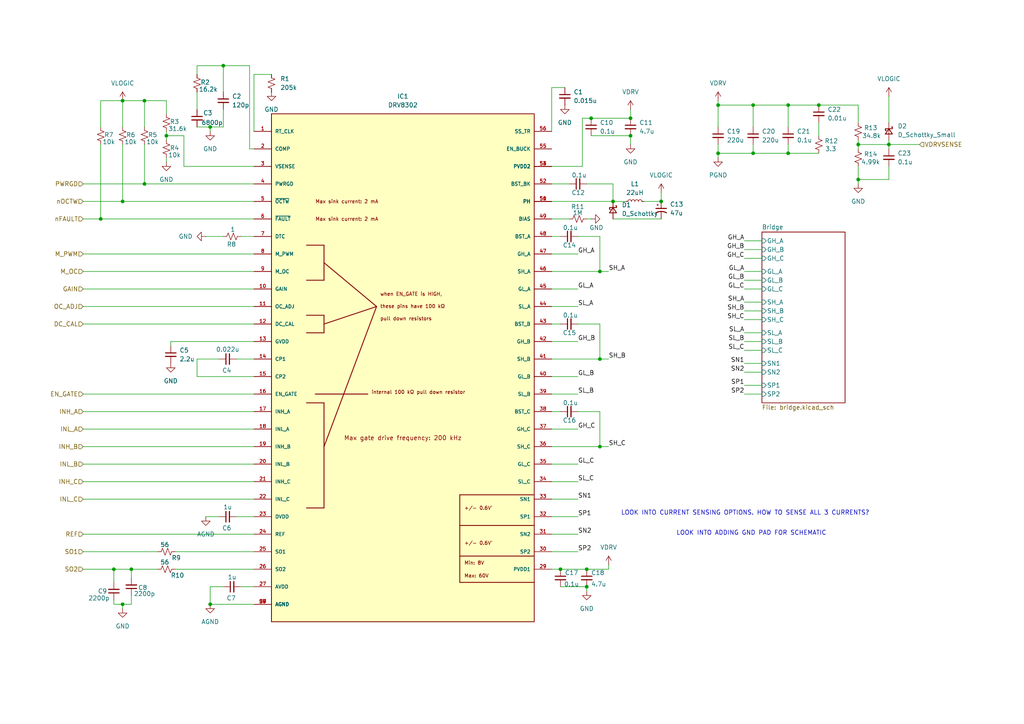
<source format=kicad_sch>
(kicad_sch (version 20250114) (generator "eeschema") (generator_version "9.0")
  (paper "A4")
  (title_block (title "Driver") (date "2025-07-27"))
  (lib_symbols
    (symbol "Device:C_Polarized_Small_US" (pin_numbers (hide yes)) (pin_names (offset 0.254) (hide yes))
      (property "Reference" "C" (at 0.254 1.778 0))
      (property "Value" "C_Polarized_Small_US" (at 0.254 -2.032 0))
      (symbol "C_Polarized_Small_US_0_1"
        (polyline (pts (xy -1.524 0.508) (xy 1.524 0.508)) (stroke (width 0.3048)))
        (polyline (pts (xy -1.27 1.524) (xy -0.762 1.524)))
        (polyline (pts (xy -1.016 1.27) (xy -1.016 1.778)))
        (arc (start -1.524 -0.762) (mid 0 -0.3734) (end 1.524 -0.762) (stroke (width 0.3048)))
      )
      (symbol "C_Polarized_Small_US_1_1"
        (pin passive line (at 0 2.54 270) (length 2.032) (name "~") (number "1"))
        (pin passive line (at 0 -2.54 90) (length 2.032) (name "~") (number "2"))
      )
    )
    (symbol "Device:C_Small" (pin_numbers (hide yes)) (pin_names (offset 0.254) (hide yes))
      (property "Reference" "C" (at 0.254 1.778 0))
      (property "Value" "C_Small" (at 0.254 -2.032 0))
      (symbol "C_Small_0_1"
        (polyline (pts (xy -1.524 0.508) (xy 1.524 0.508)) (stroke (width 0.3048)))
        (polyline (pts (xy -1.524 -0.508) (xy 1.524 -0.508)) (stroke (width 0.3302)))
      )
      (symbol "C_Small_1_1"
        (pin passive line (at 0 2.54 270) (length 2.032) (name "~") (number "1"))
        (pin passive line (at 0 -2.54 90) (length 2.032) (name "~") (number "2"))
      )
    )
    (symbol "Device:D_Schottky_Small" (pin_numbers (hide yes)) (pin_names (offset 0.254) (hide yes))
      (property "Reference" "D" (at -1.27 2.032 0))
      (property "Value" "D_Schottky_Small" (at -7.112 -2.032 0))
      (symbol "D_Schottky_Small_0_1"
        (polyline (pts (xy -1.27 0.762) (xy -1.27 1.016) (xy -0.762 1.016) (xy -0.762 -1.016) (xy -0.254 -1.016) (xy -0.254 -0.762)) (stroke (width 0.254)))
        (polyline (pts (xy -0.762 0) (xy 0.762 0)))
        (polyline (pts (xy 0.762 -1.016) (xy -0.762 0) (xy 0.762 1.016) (xy 0.762 -1.016)) (stroke (width 0.254)))
      )
      (symbol "D_Schottky_Small_1_1"
        (pin passive line (at -2.54 0 0) (length 1.778) (name "K") (number "1"))
        (pin passive line (at 2.54 0 180) (length 1.778) (name "A") (number "2"))
      )
    )
    (symbol "Device:L_Small" (pin_numbers (hide yes)) (pin_names (offset 0.254) (hide yes))
      (property "Reference" "L" (at 0.762 1.016 0))
      (property "Value" "L_Small" (at 0.762 -1.016 0))
      (symbol "L_Small_0_1"
        (arc (start 0 2.032) (mid 0.5058 1.524) (end 0 1.016))
        (arc (start 0 1.016) (mid 0.5058 0.508) (end 0 0))
        (arc (start 0 0) (mid 0.5058 -0.508) (end 0 -1.016))
        (arc (start 0 -1.016) (mid 0.5058 -1.524) (end 0 -2.032))
      )
      (symbol "L_Small_1_1"
        (pin passive line (at 0 2.54 270) (length 0.508) (name "~") (number "1"))
        (pin passive line (at 0 -2.54 90) (length 0.508) (name "~") (number "2"))
      )
    )
    (symbol "Device:R_Small_US" (pin_numbers (hide yes)) (pin_names (offset 0.254) (hide yes))
      (property "Reference" "R" (at 0.762 0.508 0))
      (property "Value" "R_Small_US" (at 0.762 -1.016 0))
      (symbol "R_Small_US_1_1"
        (polyline (pts (xy 0 1.524) (xy 1.016 1.143) (xy 0 0.762) (xy -1.016 0.381) (xy 0 0)))
        (polyline (pts (xy 0 0) (xy 1.016 -0.381) (xy 0 -0.762) (xy -1.016 -1.143) (xy 0 -1.524)))
        (pin passive line (at 0 2.54 270) (length 1.016) (name "~") (number "1"))
        (pin passive line (at 0 -2.54 90) (length 1.016) (name "~") (number "2"))
      )
    )
    (symbol "JobotPower:AGND" (power) (pin_numbers (hide yes)) (pin_names (offset 0) (hide yes))
      (property "Value" "AGND" (at 0 -3.81 0))
      (symbol "AGND_0_1"
        (polyline (pts (xy 0 0) (xy 0 -1.27) (xy 1.27 -1.27) (xy 0 -2.54) (xy -1.27 -1.27) (xy 0 -1.27)))
      )
      (symbol "AGND_1_1"
        (pin power_in line (at 0 0 270) (length 0) (name "~") (number "1"))
      )
    )
    (symbol "JobotPower:GND" (power) (pin_numbers (hide yes)) (pin_names (offset 0) (hide yes))
      (property "Value" "GND" (at 0 -3.81 0))
      (symbol "GND_0_1"
        (polyline (pts (xy 0 0) (xy 0 -1.27) (xy 1.27 -1.27) (xy 0 -2.54) (xy -1.27 -1.27) (xy 0 -1.27)))
      )
      (symbol "GND_1_1"
        (pin power_in line (at 0 0 270) (length 0) (name "~") (number "1"))
      )
    )
    (symbol "JobotPower:PGND" (power) (pin_numbers (hide yes)) (pin_names (offset 0) (hide yes))
      (property "Value" "PGND" (at 0 -3.81 0))
      (symbol "PGND_0_1"
        (polyline (pts (xy 0 0) (xy 0 -1.27) (xy 1.27 -1.27) (xy 0 -2.54) (xy -1.27 -1.27) (xy 0 -1.27)))
      )
      (symbol "PGND_1_1"
        (pin power_in line (at 0 0 270) (length 0) (name "~") (number "1"))
      )
    )
    (symbol "JobotPower:VDRV" (power) (pin_numbers (hide yes)) (pin_names (offset 0) (hide yes))
      (property "Value" "VDRV" (at 0 3.556 0))
      (symbol "VDRV_0_1"
        (polyline (pts (xy -0.762 1.27) (xy 0 2.54)))
        (polyline (pts (xy 0 2.54) (xy 0.762 1.27)))
        (polyline (pts (xy 0 0) (xy 0 2.54)))
      )
      (symbol "VDRV_1_1"
        (pin power_in line (at 0 0 90) (length 0) (name "~") (number "1"))
      )
    )
    (symbol "JobotPower:VLOGIC" (power) (pin_numbers (hide yes)) (pin_names (offset 0) (hide yes))
      (property "Value" "VLOGIC" (at 0 3.556 0))
      (symbol "VLOGIC_0_1"
        (polyline (pts (xy -0.762 1.27) (xy 0 2.54)))
        (polyline (pts (xy 0 2.54) (xy 0.762 1.27)))
        (polyline (pts (xy 0 0) (xy 0 2.54)))
      )
      (symbol "VLOGIC_1_1"
        (pin power_in line (at 0 0 90) (length 0) (name "~") (number "1"))
      )
    )
    (symbol "JobotSymbols:DRV8302" (pin_names (offset 1.016))
      (property "Reference" "IC" (at -38.1 76.2 0))
      (property "Value" "DRV8302" (at 0 53.34 0))
      (symbol "DRV8302_0_0"
        (rectangle (start -38.1 -73.66) (end 38.1 73.66) (stroke (width 0.254)) (fill (type background)))
        (polyline (pts (xy -27.94 35.56) (xy -22.86 35.56)) (stroke (width 0.254)))
        (polyline (pts (xy -27.94 15.24) (xy -22.86 15.24)) (stroke (width 0.254)))
        (polyline (pts (xy -27.94 -10.16) (xy -22.86 -10.16)) (stroke (width 0.254)))
        (polyline (pts (xy -22.86 35.56) (xy -22.86 30.48)) (stroke (width 0.254)))
        (polyline (pts (xy -22.86 30.48) (xy -22.86 25.4)) (stroke (width 0.254)))
        (polyline (pts (xy -22.86 25.4) (xy -27.94 25.4)) (stroke (width 0.254)))
        (polyline (pts (xy -22.86 15.24) (xy -22.86 12.7)) (stroke (width 0.254)))
        (polyline (pts (xy -22.86 12.7) (xy -22.86 10.16)) (stroke (width 0.254)))
        (polyline (pts (xy -22.86 10.16) (xy -27.94 10.16)) (stroke (width 0.254)))
        (polyline (pts (xy -22.86 -10.16) (xy -22.86 -22.86)) (stroke (width 0.254)))
        (polyline (pts (xy -22.86 -22.86) (xy -22.86 -40.64)) (stroke (width 0.254)))
        (polyline (pts (xy -22.86 -22.86) (xy -7.62 17.78)) (stroke (width 0.254)))
        (polyline (pts (xy -22.86 -40.64) (xy -27.94 -40.64)) (stroke (width 0.254)))
        (polyline (pts (xy -10.16 -7.62) (xy -25.4 -7.62)) (stroke (width 0.254)))
        (polyline (pts (xy -7.62 17.78) (xy -22.86 30.48)) (stroke (width 0.254)))
        (polyline (pts (xy -7.62 17.78) (xy -22.86 12.7)) (stroke (width 0.254)))
        (polyline (pts (xy 16.51 -36.83) (xy 16.51 -45.72)) (stroke (width 0.254)))
        (polyline (pts (xy 16.51 -36.83) (xy 38.1 -36.83)) (stroke (width 0.254)))
        (polyline (pts (xy 16.51 -45.72) (xy 16.51 -54.61)) (stroke (width 0.254)))
        (polyline (pts (xy 16.51 -45.72) (xy 38.1 -45.72)) (stroke (width 0.254)))
        (polyline (pts (xy 16.51 -54.61) (xy 16.51 -62.23)) (stroke (width 0.254)))
        (polyline (pts (xy 16.51 -54.61) (xy 38.1 -54.61)) (stroke (width 0.254)))
        (polyline (pts (xy 16.51 -62.23) (xy 38.1 -62.23)) (stroke (width 0.254)))
        (text "Max sink current: 2 mA" (at -25.4 48.26 0) (effects (font (size 1.016 1.016)) (justify left)))
        (text "Max sink current: 2 mA" (at -25.4 43.18 0) (effects (font (size 1.016 1.016)) (justify left)))
        (text "internal 100 kΩ pull down resistor" (at -9.144 -7.62 0) (effects (font (size 1.016 1.016)) (justify left bottom)))
        (text "when EN_GATE is HIGH," (at -6.604 20.828 0) (effects (font (size 1.016 1.016)) (justify left bottom)))
        (text "these pins have 100 kΩ" (at -6.604 17.272 0) (effects (font (size 1.016 1.016)) (justify left bottom)))
        (text "pull down resistors" (at -6.604 13.716 0) (effects (font (size 1.016 1.016)) (justify left bottom)))
        (text "Max gate drive frequency: 200 kHz" (at 0 -20.32 0) (effects (font (size 1.27 1.27))))
        (text "+/- 0.6V'" (at 17.78 -40.64 0) (effects (font (size 1.016 1.016)) (justify left)))
        (text "+/- 0.6V'" (at 17.78 -50.8 0) (effects (font (size 1.016 1.016)) (justify left)))
        (text "Min: 8V" (at 17.78 -57.15 0) (effects (font (size 1.016 1.016)) (justify left bottom)))
        (text "Max: 60V" (at 17.78 -59.69 0) (effects (font (size 1.016 1.016)) (justify left top)))
        (pin input line (at -43.18 68.58 0) (length 5.08) (name "RT_CLK") (number "1"))
        (pin output line (at -43.18 63.5 0) (length 5.08) (name "COMP") (number "2"))
        (pin input line (at -43.18 58.42 0) (length 5.08) (name "VSENSE") (number "3"))
        (pin input line (at -43.18 53.34 0) (length 5.08) (name "PWRGD") (number "4"))
        (pin open_collector line (at -43.18 48.26 0) (length 5.08) (name "~{OCTW}") (number "5"))
        (pin open_collector line (at -43.18 43.18 0) (length 5.08) (name "~{FAULT}") (number "6"))
        (pin input line (at -43.18 38.1 0) (length 5.08) (name "DTC") (number "7"))
        (pin input line (at -43.18 33.02 0) (length 5.08) (name "M_PWM") (number "8"))
        (pin input line (at -43.18 27.94 0) (length 5.08) (name "M_OC") (number "9"))
        (pin output line (at -43.18 22.86 0) (length 5.08) (name "GAIN") (number "10"))
        (pin input line (at -43.18 17.78 0) (length 5.08) (name "OC_ADJ") (number "11"))
        (pin input line (at -43.18 12.7 0) (length 5.08) (name "DC_CAL") (number "12"))
        (pin power_in line (at -43.18 7.62 0) (length 5.08) (name "GVDD") (number "13"))
        (pin power_in line (at -43.18 2.54 0) (length 5.08) (name "CP1") (number "14"))
        (pin power_in line (at -43.18 -2.54 0) (length 5.08) (name "CP2") (number "15"))
        (pin input line (at -43.18 -7.62 0) (length 5.08) (name "EN_GATE") (number "16"))
        (pin input line (at -43.18 -12.7 0) (length 5.08) (name "INH_A") (number "17"))
        (pin input line (at -43.18 -17.78 0) (length 5.08) (name "INL_A") (number "18"))
        (pin input line (at -43.18 -22.86 0) (length 5.08) (name "INH_B") (number "19"))
        (pin input line (at -43.18 -27.94 0) (length 5.08) (name "INL_B") (number "20"))
        (pin input line (at -43.18 -33.02 0) (length 5.08) (name "INH_C") (number "21"))
        (pin input line (at -43.18 -38.1 0) (length 5.08) (name "INL_C") (number "22"))
        (pin power_in line (at -43.18 -43.18 0) (length 5.08) (name "DVDD") (number "23"))
        (pin input line (at -43.18 -48.26 0) (length 5.08) (name "REF") (number "24"))
        (pin output line (at -43.18 -53.34 0) (length 5.08) (name "SO1") (number "25"))
        (pin output line (at -43.18 -58.42 0) (length 5.08) (name "SO2") (number "26"))
        (pin power_in line (at -43.18 -63.5 0) (length 5.08) (name "AVDD") (number "27"))
        (pin power_in line (at -43.18 -68.58 0) (length 5.08) (name "AGND") (number "28"))
        (pin power_in line (at -43.18 -68.58 0) (length 5.08) (name "AGND") (number "57"))
        (pin power_in line (at -43.18 -68.58 0) (length 5.08) (name "AGND") (number "58"))
        (pin power_in line (at -43.18 -68.58 0) (length 5.08) (name "AGND") (number "59"))
        (pin input line (at 43.18 68.58 180) (length 5.08) (name "SS_TR") (number "56"))
        (pin input line (at 43.18 63.5 180) (length 5.08) (name "EN_BUCK") (number "55"))
        (pin bidirectional line (at 43.18 58.42 180) (length 5.08) (name "PVDD2") (number "53"))
        (pin bidirectional line (at 43.18 58.42 180) (length 5.08) (name "PVDD2") (number "54"))
        (pin power_in line (at 43.18 53.34 180) (length 5.08) (name "BST_BK") (number "52"))
        (pin output line (at 43.18 48.26 180) (length 5.08) (name "PH") (number "50"))
        (pin output line (at 43.18 48.26 180) (length 5.08) (name "PH") (number "51"))
        (pin input line (at 43.18 43.18 180) (length 5.08) (name "BIAS") (number "49"))
        (pin power_in line (at 43.18 38.1 180) (length 5.08) (name "BST_A") (number "48"))
        (pin output line (at 43.18 33.02 180) (length 5.08) (name "GH_A") (number "47"))
        (pin input line (at 43.18 27.94 180) (length 5.08) (name "SH_A") (number "46"))
        (pin output line (at 43.18 22.86 180) (length 5.08) (name "GL_A") (number "45"))
        (pin input line (at 43.18 17.78 180) (length 5.08) (name "SL_A") (number "44"))
        (pin power_in line (at 43.18 12.7 180) (length 5.08) (name "BST_B") (number "43"))
        (pin output line (at 43.18 7.62 180) (length 5.08) (name "GH_B") (number "42"))
        (pin input line (at 43.18 2.54 180) (length 5.08) (name "SH_B") (number "41"))
        (pin output line (at 43.18 -2.54 180) (length 5.08) (name "GL_B") (number "40"))
        (pin input line (at 43.18 -7.62 180) (length 5.08) (name "SL_B") (number "39"))
        (pin power_in line (at 43.18 -12.7 180) (length 5.08) (name "BST_C") (number "38"))
        (pin output line (at 43.18 -17.78 180) (length 5.08) (name "GH_C") (number "37"))
        (pin input line (at 43.18 -22.86 180) (length 5.08) (name "SH_C") (number "36"))
        (pin output line (at 43.18 -27.94 180) (length 5.08) (name "GL_C") (number "35"))
        (pin input line (at 43.18 -33.02 180) (length 5.08) (name "SL_C") (number "34"))
        (pin input line (at 43.18 -38.1 180) (length 5.08) (name "SN1") (number "33"))
        (pin input line (at 43.18 -43.18 180) (length 5.08) (name "SP1") (number "32"))
        (pin input line (at 43.18 -48.26 180) (length 5.08) (name "SN2") (number "31"))
        (pin input line (at 43.18 -53.34 180) (length 5.08) (name "SP2") (number "30"))
        (pin power_in line (at 43.18 -58.42 180) (length 5.08) (name "PVDD1") (number "29"))
      )
    )
  )
  (text "LOOK INTO CURRENT SENSING OPTIONS. HOW TO SENSE ALL 3 CURRENTS?" (at 216.154 148.844 0) (effects (font (size 1.27 1.27))))
  (text "LOOK INTO ADDING GND PAD FOR SCHEMATIC" (at 217.932 154.686 0) (effects (font (size 1.27 1.27))))
  (junction (at 248.92 41.91))
  (junction (at 162.56 165.1))
  (junction (at 33.02 165.1))
  (junction (at 35.56 58.42))
  (junction (at 237.49 30.48))
  (junction (at 173.99 104.14))
  (junction (at 29.21 63.5))
  (junction (at 208.28 44.45))
  (junction (at 228.6 30.48))
  (junction (at 257.81 41.91))
  (junction (at 41.91 53.34))
  (junction (at 171.45 34.29))
  (junction (at 41.91 29.21))
  (junction (at 60.96 36.83))
  (junction (at 191.77 58.42))
  (junction (at 228.6 44.45))
  (junction (at 218.44 44.45))
  (junction (at 60.96 175.26))
  (junction (at 48.26 39.37))
  (junction (at 208.28 30.48))
  (junction (at 218.44 30.48))
  (junction (at 182.88 39.37))
  (junction (at 64.77 19.05))
  (junction (at 35.56 29.21))
  (junction (at 177.8 58.42))
  (junction (at 35.56 175.26))
  (junction (at 170.18 170.18))
  (junction (at 173.99 129.54))
  (junction (at 173.99 78.74))
  (junction (at 248.92 52.07))
  (junction (at 170.18 165.1))
  (junction (at 182.88 34.29))
  (junction (at 38.1 165.1))
  (wire (pts (xy 69.85 68.58) (xy 73.66 68.58)))
  (wire (pts (xy 182.88 39.37) (xy 182.88 41.91)))
  (wire (pts (xy 160.02 104.14) (xy 173.99 104.14)))
  (wire (pts (xy 41.91 53.34) (xy 73.66 53.34)))
  (wire (pts (xy 173.99 93.98) (xy 173.99 104.14)))
  (wire (pts (xy 215.9 74.93) (xy 220.98 74.93)))
  (wire (pts (xy 215.9 92.71) (xy 220.98 92.71)))
  (wire (pts (xy 173.99 78.74) (xy 176.53 78.74)))
  (wire (pts (xy 160.02 73.66) (xy 167.64 73.66)))
  (wire (pts (xy 160.02 93.98) (xy 162.56 93.98)))
  (wire (pts (xy 60.96 36.83) (xy 60.96 38.1)))
  (wire (pts (xy 170.18 165.1) (xy 176.53 165.1)))
  (wire (pts (xy 182.88 31.75) (xy 182.88 34.29)))
  (wire (pts (xy 24.13 129.54) (xy 73.66 129.54)))
  (wire (pts (xy 208.28 29.21) (xy 208.28 30.48)))
  (wire (pts (xy 60.96 175.26) (xy 60.96 170.18)))
  (wire (pts (xy 73.66 38.1) (xy 73.66 21.59)))
  (wire (pts (xy 167.64 119.38) (xy 173.99 119.38)))
  (wire (pts (xy 24.13 63.5) (xy 29.21 63.5)))
  (wire (pts (xy 24.13 160.02) (xy 45.72 160.02)))
  (wire (pts (xy 24.13 154.94) (xy 73.66 154.94)))
  (wire (pts (xy 257.81 41.91) (xy 266.7 41.91)))
  (wire (pts (xy 24.13 114.3) (xy 73.66 114.3)))
  (wire (pts (xy 215.9 111.76) (xy 220.98 111.76)))
  (wire (pts (xy 171.45 39.37) (xy 182.88 39.37)))
  (wire (pts (xy 160.02 58.42) (xy 177.8 58.42)))
  (wire (pts (xy 24.13 119.38) (xy 73.66 119.38)))
  (wire (pts (xy 167.64 68.58) (xy 173.99 68.58)))
  (wire (pts (xy 160.02 129.54) (xy 173.99 129.54)))
  (wire (pts (xy 29.21 29.21) (xy 35.56 29.21)))
  (wire (pts (xy 48.26 29.21) (xy 41.91 29.21)))
  (wire (pts (xy 168.91 48.26) (xy 160.02 48.26)))
  (wire (pts (xy 24.13 73.66) (xy 73.66 73.66)))
  (wire (pts (xy 215.9 99.06) (xy 220.98 99.06)))
  (wire (pts (xy 170.18 53.34) (xy 177.8 53.34)))
  (wire (pts (xy 160.02 165.1) (xy 162.56 165.1)))
  (wire (pts (xy 160.02 114.3) (xy 167.64 114.3)))
  (wire (pts (xy 38.1 165.1) (xy 45.72 165.1)))
  (wire (pts (xy 48.26 38.1) (xy 48.26 39.37)))
  (wire (pts (xy 167.64 93.98) (xy 173.99 93.98)))
  (wire (pts (xy 35.56 58.42) (xy 24.13 58.42)))
  (wire (pts (xy 215.9 78.74) (xy 220.98 78.74)))
  (wire (pts (xy 215.9 114.3) (xy 220.98 114.3)))
  (wire (pts (xy 59.69 68.58) (xy 64.77 68.58)))
  (wire (pts (xy 215.9 101.6) (xy 220.98 101.6)))
  (wire (pts (xy 173.99 119.38) (xy 173.99 129.54)))
  (wire (pts (xy 35.56 29.21) (xy 35.56 36.83)))
  (wire (pts (xy 33.02 175.26) (xy 33.02 173.99)))
  (wire (pts (xy 257.81 27.94) (xy 257.81 35.56)))
  (wire (pts (xy 215.9 105.41) (xy 220.98 105.41)))
  (wire (pts (xy 50.8 160.02) (xy 73.66 160.02)))
  (wire (pts (xy 208.28 44.45) (xy 208.28 41.91)))
  (wire (pts (xy 215.9 69.85) (xy 220.98 69.85)))
  (wire (pts (xy 215.9 72.39) (xy 220.98 72.39)))
  (wire (pts (xy 215.9 90.17) (xy 220.98 90.17)))
  (wire (pts (xy 24.13 134.62) (xy 73.66 134.62)))
  (wire (pts (xy 38.1 175.26) (xy 35.56 175.26)))
  (wire (pts (xy 33.02 165.1) (xy 38.1 165.1)))
  (wire (pts (xy 218.44 44.45) (xy 208.28 44.45)))
  (wire (pts (xy 72.39 19.05) (xy 64.77 19.05)))
  (wire (pts (xy 160.02 88.9) (xy 167.64 88.9)))
  (wire (pts (xy 24.13 144.78) (xy 73.66 144.78)))
  (wire (pts (xy 53.34 39.37) (xy 48.26 39.37)))
  (wire (pts (xy 160.02 119.38) (xy 162.56 119.38)))
  (wire (pts (xy 160.02 99.06) (xy 167.64 99.06)))
  (wire (pts (xy 176.53 165.1) (xy 176.53 163.83)))
  (wire (pts (xy 72.39 43.18) (xy 72.39 19.05)))
  (wire (pts (xy 168.91 34.29) (xy 171.45 34.29)))
  (wire (pts (xy 48.26 33.02) (xy 48.26 29.21)))
  (wire (pts (xy 215.9 96.52) (xy 220.98 96.52)))
  (wire (pts (xy 59.69 149.86) (xy 63.5 149.86)))
  (wire (pts (xy 38.1 172.72) (xy 38.1 175.26)))
  (wire (pts (xy 29.21 36.83) (xy 29.21 29.21)))
  (wire (pts (xy 177.8 53.34) (xy 177.8 58.42)))
  (wire (pts (xy 160.02 53.34) (xy 165.1 53.34)))
  (wire (pts (xy 248.92 30.48) (xy 248.92 35.56)))
  (wire (pts (xy 237.49 44.45) (xy 228.6 44.45)))
  (wire (pts (xy 160.02 144.78) (xy 167.64 144.78)))
  (wire (pts (xy 73.66 48.26) (xy 53.34 48.26)))
  (wire (pts (xy 24.13 53.34) (xy 41.91 53.34)))
  (wire (pts (xy 35.56 175.26) (xy 35.56 176.53)))
  (wire (pts (xy 215.9 107.95) (xy 220.98 107.95)))
  (wire (pts (xy 186.69 58.42) (xy 191.77 58.42)))
  (wire (pts (xy 162.56 170.18) (xy 170.18 170.18)))
  (wire (pts (xy 57.15 104.14) (xy 63.5 104.14)))
  (wire (pts (xy 68.58 149.86) (xy 73.66 149.86)))
  (wire (pts (xy 208.28 45.72) (xy 208.28 44.45)))
  (wire (pts (xy 73.66 58.42) (xy 35.56 58.42)))
  (wire (pts (xy 170.18 63.5) (xy 171.45 63.5)))
  (wire (pts (xy 228.6 30.48) (xy 237.49 30.48)))
  (wire (pts (xy 29.21 41.91) (xy 29.21 63.5)))
  (wire (pts (xy 215.9 87.63) (xy 220.98 87.63)))
  (wire (pts (xy 160.02 109.22) (xy 167.64 109.22)))
  (wire (pts (xy 38.1 165.1) (xy 38.1 167.64)))
  (wire (pts (xy 173.99 68.58) (xy 173.99 78.74)))
  (wire (pts (xy 33.02 165.1) (xy 33.02 168.91)))
  (wire (pts (xy 73.66 43.18) (xy 72.39 43.18)))
  (wire (pts (xy 64.77 19.05) (xy 64.77 26.67)))
  (wire (pts (xy 170.18 170.18) (xy 170.18 171.45)))
  (wire (pts (xy 168.91 34.29) (xy 168.91 48.26)))
  (wire (pts (xy 160.02 149.86) (xy 167.64 149.86)))
  (wire (pts (xy 24.13 83.82) (xy 73.66 83.82)))
  (wire (pts (xy 24.13 93.98) (xy 73.66 93.98)))
  (wire (pts (xy 35.56 41.91) (xy 35.56 58.42)))
  (wire (pts (xy 24.13 165.1) (xy 33.02 165.1)))
  (wire (pts (xy 35.56 175.26) (xy 33.02 175.26)))
  (wire (pts (xy 228.6 44.45) (xy 218.44 44.45)))
  (wire (pts (xy 160.02 160.02) (xy 167.64 160.02)))
  (wire (pts (xy 248.92 52.07) (xy 257.81 52.07)))
  (wire (pts (xy 24.13 88.9) (xy 73.66 88.9)))
  (wire (pts (xy 248.92 48.26) (xy 248.92 52.07)))
  (wire (pts (xy 248.92 53.34) (xy 248.92 52.07)))
  (wire (pts (xy 191.77 55.88) (xy 191.77 58.42)))
  (wire (pts (xy 49.53 99.06) (xy 73.66 99.06)))
  (wire (pts (xy 68.58 104.14) (xy 73.66 104.14)))
  (wire (pts (xy 24.13 139.7) (xy 73.66 139.7)))
  (wire (pts (xy 160.02 68.58) (xy 162.56 68.58)))
  (wire (pts (xy 218.44 30.48) (xy 218.44 36.83)))
  (wire (pts (xy 73.66 109.22) (xy 57.15 109.22)))
  (wire (pts (xy 208.28 36.83) (xy 208.28 30.48)))
  (wire (pts (xy 248.92 41.91) (xy 248.92 43.18)))
  (wire (pts (xy 160.02 38.1) (xy 160.02 25.4)))
  (wire (pts (xy 173.99 129.54) (xy 176.53 129.54)))
  (wire (pts (xy 208.28 30.48) (xy 218.44 30.48)))
  (wire (pts (xy 57.15 26.67) (xy 57.15 31.75)))
  (wire (pts (xy 160.02 63.5) (xy 165.1 63.5)))
  (wire (pts (xy 218.44 44.45) (xy 218.44 41.91)))
  (wire (pts (xy 173.99 104.14) (xy 176.53 104.14)))
  (wire (pts (xy 160.02 139.7) (xy 167.64 139.7)))
  (wire (pts (xy 228.6 30.48) (xy 228.6 36.83)))
  (wire (pts (xy 48.26 39.37) (xy 48.26 40.64)))
  (wire (pts (xy 160.02 78.74) (xy 173.99 78.74)))
  (wire (pts (xy 41.91 29.21) (xy 35.56 29.21)))
  (wire (pts (xy 177.8 63.5) (xy 191.77 63.5)))
  (wire (pts (xy 160.02 25.4) (xy 163.83 25.4)))
  (wire (pts (xy 24.13 124.46) (xy 73.66 124.46)))
  (wire (pts (xy 237.49 35.56) (xy 237.49 39.37)))
  (wire (pts (xy 29.21 63.5) (xy 73.66 63.5)))
  (wire (pts (xy 41.91 29.21) (xy 41.91 36.83)))
  (wire (pts (xy 160.02 124.46) (xy 167.64 124.46)))
  (wire (pts (xy 177.8 58.42) (xy 181.61 58.42)))
  (wire (pts (xy 257.81 52.07) (xy 257.81 48.26)))
  (wire (pts (xy 218.44 30.48) (xy 228.6 30.48)))
  (wire (pts (xy 64.77 31.75) (xy 64.77 36.83)))
  (wire (pts (xy 60.96 175.26) (xy 73.66 175.26)))
  (wire (pts (xy 53.34 48.26) (xy 53.34 39.37)))
  (wire (pts (xy 60.96 36.83) (xy 64.77 36.83)))
  (wire (pts (xy 57.15 19.05) (xy 57.15 21.59)))
  (wire (pts (xy 73.66 21.59) (xy 78.74 21.59)))
  (wire (pts (xy 228.6 44.45) (xy 228.6 41.91)))
  (wire (pts (xy 50.8 165.1) (xy 73.66 165.1)))
  (wire (pts (xy 237.49 30.48) (xy 248.92 30.48)))
  (wire (pts (xy 162.56 165.1) (xy 170.18 165.1)))
  (wire (pts (xy 248.92 41.91) (xy 257.81 41.91)))
  (wire (pts (xy 24.13 78.74) (xy 73.66 78.74)))
  (wire (pts (xy 257.81 40.64) (xy 257.81 41.91)))
  (wire (pts (xy 257.81 43.18) (xy 257.81 41.91)))
  (wire (pts (xy 160.02 154.94) (xy 167.64 154.94)))
  (wire (pts (xy 248.92 40.64) (xy 248.92 41.91)))
  (wire (pts (xy 69.85 170.18) (xy 73.66 170.18)))
  (wire (pts (xy 171.45 34.29) (xy 182.88 34.29)))
  (wire (pts (xy 160.02 134.62) (xy 167.64 134.62)))
  (wire (pts (xy 57.15 109.22) (xy 57.15 104.14)))
  (wire (pts (xy 215.9 83.82) (xy 220.98 83.82)))
  (wire (pts (xy 49.53 100.33) (xy 49.53 99.06)))
  (wire (pts (xy 57.15 36.83) (xy 60.96 36.83)))
  (wire (pts (xy 64.77 19.05) (xy 57.15 19.05)))
  (wire (pts (xy 160.02 83.82) (xy 167.64 83.82)))
  (wire (pts (xy 48.26 45.72) (xy 48.26 46.99)))
  (wire (pts (xy 41.91 41.91) (xy 41.91 53.34)))
  (wire (pts (xy 60.96 170.18) (xy 64.77 170.18)))
  (wire (pts (xy 215.9 81.28) (xy 220.98 81.28)))
  (label "GL_C" (at 215.9 83.82 180))
  (label "SP1" (at 215.9 111.76 180))
  (label "SN2" (at 167.64 154.94 0))
  (label "SH_B" (at 215.9 90.17 180))
  (label "SN1" (at 167.64 144.78 0))
  (label "SL_B" (at 215.9 99.06 180))
  (label "SH_B" (at 176.53 104.14 0))
  (label "SL_A" (at 215.9 96.52 180))
  (label "GH_A" (at 167.64 73.66 0))
  (label "SL_A" (at 167.64 88.9 0))
  (label "SN1" (at 215.9 105.41 180))
  (label "GH_C" (at 215.9 74.93 180))
  (label "GL_A" (at 167.64 83.82 0))
  (label "GL_B" (at 215.9 81.28 180))
  (label "SL_C" (at 215.9 101.6 180))
  (label "SP1" (at 167.64 149.86 0))
  (label "SL_B" (at 167.64 114.3 0))
  (label "GL_A" (at 215.9 78.74 180))
  (label "GH_A" (at 215.9 69.85 180))
  (label "SL_C" (at 167.64 139.7 0))
  (label "SH_A" (at 215.9 87.63 180))
  (label "GH_B" (at 215.9 72.39 180))
  (label "SH_C" (at 176.53 129.54 0))
  (label "GH_B" (at 167.64 99.06 0))
  (label "SH_C" (at 215.9 92.71 180))
  (label "SP2" (at 215.9 114.3 180))
  (label "SN2" (at 215.9 107.95 180))
  (label "GL_C" (at 167.64 134.62 0))
  (label "GH_C" (at 167.64 124.46 0))
  (label "GL_B" (at 167.64 109.22 0))
  (label "SP2" (at 167.64 160.02 0))
  (label "SH_A" (at 176.53 78.74 0))
  (hierarchical_label "INL_C" (shape input) (at 24.13 144.78 180))
  (hierarchical_label "OC_ADJ" (shape input) (at 24.13 88.9 180))
  (hierarchical_label "REF" (shape input) (at 24.13 154.94 180))
  (hierarchical_label "INL_B" (shape input) (at 24.13 134.62 180))
  (hierarchical_label "VDRVSENSE" (shape input) (at 266.7 41.91 0))
  (hierarchical_label "INH_B" (shape input) (at 24.13 129.54 180))
  (hierarchical_label "M_OC" (shape input) (at 24.13 78.74 180))
  (hierarchical_label "INL_A" (shape input) (at 24.13 124.46 180))
  (hierarchical_label "SO1" (shape input) (at 24.13 160.02 180))
  (hierarchical_label "INH_A" (shape input) (at 24.13 119.38 180))
  (hierarchical_label "PWRGD" (shape input) (at 24.13 53.34 180))
  (hierarchical_label "nOCTW" (shape input) (at 24.13 58.42 180))
  (hierarchical_label "nFAULT" (shape input) (at 24.13 63.5 180))
  (hierarchical_label "INH_C" (shape input) (at 24.13 139.7 180))
  (hierarchical_label "DC_CAL" (shape input) (at 24.13 93.98 180))
  (hierarchical_label "M_PWM" (shape input) (at 24.13 73.66 180))
  (hierarchical_label "SO2" (shape input) (at 24.13 165.1 180))
  (hierarchical_label "EN_GATE" (shape input) (at 24.13 114.3 180))
  (hierarchical_label "GAIN" (shape input) (at 24.13 83.82 180))
  (symbol (lib_id "Device:C_Small") (at 167.64 53.34 90) (unit 1)
    (property "Reference" "C12" (at 169.672 55.88 90) (effects (justify left)))
    (property "Value" "0.1u" (at 170.18 50.8 90) (effects (justify left)))
    (property "Description" "Unpolarized capacitor, small symbol" (effects (hide yes)))
  )
  (symbol (lib_id "Device:C_Small") (at 67.31 170.18 90) (unit 1)
    (property "Reference" "C7" (at 67.056 173.482 90))
    (property "Value" "1u" (at 67.31 167.386 90))
    (property "Description" "Unpolarized capacitor, small symbol" (effects (hide yes)))
  )
  (symbol (lib_id "Device:C_Small") (at 182.88 36.83 0) (unit 1)
    (property "Reference" "C11" (at 185.42 35.5662 0) (effects (justify left)))
    (property "Value" "4.7u" (at 185.42 38.1062 0) (effects (justify left)))
    (property "Description" "Unpolarized capacitor, small symbol" (effects (hide yes)))
  )
  (symbol (lib_id "Device:R_Small_US") (at 248.92 38.1 180) (unit 1)
    (property "Reference" "R13" (at 254.508 37.084 0) (effects (justify left)))
    (property "Value" "34.8k" (at 255.524 39.37 0) (effects (justify left)))
    (property "Description" "Resistor, small US symbol" (effects (hide yes)))
  )
  (symbol (lib_id "Device:L_Small") (at 184.15 58.42 90) (unit 1)
    (property "Reference" "L1" (at 184.15 53.34 90))
    (property "Value" "22uH" (at 184.15 55.88 90))
    (property "Description" "Inductor, small symbol" (effects (hide yes)))
  )
  (symbol (lib_id "JobotPower:GND") (at 78.74 26.67 0) (unit 1)
    (property "Reference" "#PWR01" (effects (hide yes)))
    (property "Value" "GND" (at 78.74 31.75 0))
    (property "Description" "GND Symbol" (effects (hide yes)))
  )
  (symbol (lib_id "Device:C_Polarized_Small_US") (at 191.77 60.96 0) (unit 1)
    (property "Reference" "C13" (at 194.31 59.2581 0) (effects (justify left)))
    (property "Value" "47u" (at 194.31 61.7981 0) (effects (justify left)))
    (property "Description" "Polarized capacitor, small US symbol" (effects (hide yes)))
  )
  (symbol (lib_id "Device:R_Small_US") (at 78.74 24.13 0) (unit 1)
    (property "Reference" "R1" (at 81.28 22.8599 0) (effects (justify left)))
    (property "Value" "205k" (at 81.28 25.3999 0) (effects (justify left)))
    (property "Description" "Resistor, small US symbol" (effects (hide yes)))
  )
  (symbol (lib_id "Device:R_Small_US") (at 167.64 63.5 270) (unit 1)
    (property "Reference" "R11" (at 165.608 59.944 90) (effects (justify left)))
    (property "Value" "1M" (at 166.116 61.722 90) (effects (justify left)))
    (property "Description" "Resistor, small US symbol" (effects (hide yes)))
  )
  (symbol (lib_id "Device:C_Small") (at 218.44 39.37 0) (unit 1)
    (property "Reference" "C20" (at 220.98 38.1062 0) (effects (justify left)))
    (property "Value" "220u" (at 220.98 40.6462 0) (effects (justify left)))
    (property "Description" "Unpolarized capacitor, small symbol" (effects (hide yes)))
  )
  (symbol (lib_id "Device:R_Small_US") (at 67.31 68.58 270) (unit 1)
    (property "Reference" "R8" (at 65.786 70.866 90) (effects (justify left)))
    (property "Value" "1" (at 66.802 66.548 90) (effects (justify left)))
    (property "Description" "Resistor, small US symbol" (effects (hide yes)))
  )
  (symbol (lib_id "Device:R_Small_US") (at 35.56 39.37 0) (unit 1)
    (property "Reference" "R6" (at 36.576 39.116 0) (effects (justify left)))
    (property "Value" "10k" (at 36.068 41.148 0) (effects (justify left)))
    (property "Description" "Resistor, small US symbol" (effects (hide yes)))
  )
  (symbol (lib_id "Device:C_Small") (at 38.1 170.18 180) (unit 1)
    (property "Reference" "C8" (at 41.402 170.434 0))
    (property "Value" "2200p" (at 41.91 172.212 0))
    (property "Description" "Unpolarized capacitor, small symbol" (effects (hide yes)))
  )
  (symbol (lib_id "Device:C_Small") (at 66.04 104.14 90) (unit 1)
    (property "Reference" "C4" (at 65.786 107.442 90))
    (property "Value" "0.022u" (at 66.04 101.346 90))
    (property "Description" "Unpolarized capacitor, small symbol" (effects (hide yes)))
  )
  (symbol (lib_id "JobotPower:GND") (at 163.83 30.48 0) (unit 1)
    (property "Reference" "#PWR02" (effects (hide yes)))
    (property "Value" "GND" (at 163.83 35.56 0))
    (property "Description" "GND Symbol" (effects (hide yes)))
  )
  (symbol (lib_id "Device:C_Small") (at 237.49 33.02 0) (unit 1)
    (property "Reference" "C22" (at 240.03 31.7562 0) (effects (justify left)))
    (property "Value" "0.01u" (at 240.03 34.2962 0) (effects (justify left)))
    (property "Description" "Unpolarized capacitor, small symbol" (effects (hide yes)))
  )
  (symbol (lib_id "Device:C_Small") (at 66.04 149.86 90) (unit 1)
    (property "Reference" "C6" (at 65.786 153.162 90))
    (property "Value" "1u" (at 66.04 147.066 90))
    (property "Description" "Unpolarized capacitor, small symbol" (effects (hide yes)))
  )
  (symbol (lib_id "Device:C_Small") (at 57.15 34.29 0) (unit 1)
    (property "Reference" "C3" (at 58.928 32.766 0) (effects (justify left)))
    (property "Value" "6800p" (at 58.42 35.56 0) (effects (justify left)))
    (property "Description" "Unpolarized capacitor, small symbol" (effects (hide yes)))
  )
  (symbol (lib_id "Device:R_Small_US") (at 48.26 35.56 0) (unit 1)
    (property "Reference" "R3" (at 49.276 35.306 0) (effects (justify left)))
    (property "Value" "31.6k" (at 48.768 37.338 0) (effects (justify left)))
    (property "Description" "Resistor, small US symbol" (effects (hide yes)))
  )
  (symbol (lib_id "JobotPower:VLOGIC") (at 191.77 55.88 0) (unit 1)
    (property "Reference" "#PWR012" (effects (hide yes)))
    (property "Value" "VLOGIC" (at 191.77 50.8 0))
    (property "Description" "Power Symbol" (effects (hide yes)))
  )
  (symbol (lib_id "Device:R_Small_US") (at 57.15 24.13 0) (unit 1)
    (property "Reference" "R2" (at 58.166 23.876 0) (effects (justify left)))
    (property "Value" "16.2k" (at 57.658 25.908 0) (effects (justify left)))
    (property "Description" "Resistor, small US symbol" (effects (hide yes)))
  )
  (symbol (lib_id "Device:C_Small") (at 64.77 29.21 0) (unit 1)
    (property "Reference" "C2" (at 67.31 27.9462 0) (effects (justify left)))
    (property "Value" "120p" (at 67.31 30.4862 0) (effects (justify left)))
    (property "Description" "Unpolarized capacitor, small symbol" (effects (hide yes)))
  )
  (symbol (lib_id "JobotPower:GND") (at 48.26 46.99 0) (unit 1)
    (property "Reference" "#PWR014" (effects (hide yes)))
    (property "Value" "GND" (at 48.26 52.07 0))
    (property "Description" "GND Symbol" (effects (hide yes)))
  )
  (symbol (lib_id "JobotSymbols:DRV8302") (at 116.84 106.68 0) (unit 1)
    (property "Reference" "IC1" (at 116.84 27.94 0))
    (property "Value" "DRV8302" (at 116.84 30.48 0))
    (property "Footprint" "DRV8302:TSSOP-56_3" (effects (hide yes)))
    (property "MF" "Texas Instruments" (effects (hide yes)))
    (property "Description_1" "Motor Driver 56-Pin HTSSOP EP Tube" (effects (hide yes)))
    (property "Package" "None" (effects (hide yes)))
    (property "Price" "None" (effects (hide yes)))
    (property "SnapEDA_Link" "https://www.snapeda.com/parts/DRV8302/Texas+Instruments/view-part/?ref=snap" (effects (hide yes)))
    (property "MP" "DRV8302" (effects (hide yes)))
    (property "Availability" "In Stock" (effects (hide yes)))
    (property "Check_prices" "https://www.snapeda.com/parts/DRV8302/Texas+Instruments/view-part/?ref=eda" (effects (hide yes)))
  )
  (symbol (lib_id "Device:C_Small") (at 162.56 167.64 0) (unit 1)
    (property "Reference" "C17" (at 163.83 166.116 0) (effects (justify left)))
    (property "Value" "0.1u" (at 163.576 169.418 0) (effects (justify left)))
    (property "Description" "Unpolarized capacitor, small symbol" (effects (hide yes)))
  )
  (symbol (lib_id "JobotPower:VDRV") (at 208.28 29.21 0) (unit 1)
    (property "Reference" "#PWR018" (effects (hide yes)))
    (property "Value" "VDRV" (at 208.28 24.13 0))
    (property "Description" "Power Symbol" (effects (hide yes)))
  )
  (symbol (lib_id "JobotPower:VDRV") (at 176.53 163.83 0) (unit 1)
    (property "Reference" "#PWR015" (effects (hide yes)))
    (property "Value" "VDRV" (at 176.53 158.75 0))
    (property "Description" "Power Symbol" (effects (hide yes)))
  )
  (symbol (lib_id "Device:C_Small") (at 165.1 93.98 90) (unit 1)
    (property "Reference" "C15" (at 167.132 96.52 90) (effects (justify left)))
    (property "Value" "0.1u" (at 167.64 91.44 90) (effects (justify left)))
    (property "Description" "Unpolarized capacitor, small symbol" (effects (hide yes)))
  )
  (symbol (lib_id "JobotPower:VDRV") (at 182.88 31.75 0) (unit 1)
    (property "Reference" "#PWR010" (effects (hide yes)))
    (property "Value" "VDRV" (at 182.88 26.67 0))
    (property "Description" "Power Symbol" (effects (hide yes)))
  )
  (symbol (lib_id "JobotPower:GND") (at 60.96 38.1 0) (unit 1)
    (property "Reference" "#PWR03" (effects (hide yes)))
    (property "Value" "GND" (at 60.96 43.18 0))
    (property "Description" "GND Symbol" (effects (hide yes)))
  )
  (symbol (lib_id "Device:C_Small") (at 170.18 167.64 0) (unit 1)
    (property "Reference" "C18" (at 171.45 166.116 0) (effects (justify left)))
    (property "Value" "4.7u" (at 171.45 169.418 0) (effects (justify left)))
    (property "Description" "Unpolarized capacitor, small symbol" (effects (hide yes)))
  )
  (symbol (lib_id "JobotPower:VLOGIC") (at 35.56 29.21 0) (unit 1)
    (property "Reference" "#PWR04" (effects (hide yes)))
    (property "Value" "VLOGIC" (at 35.56 24.13 0))
    (property "Description" "Power Symbol" (effects (hide yes)))
  )
  (symbol (lib_id "Device:R_Small_US") (at 48.26 43.18 0) (unit 1)
    (property "Reference" "R4" (at 49.276 42.926 0) (effects (justify left)))
    (property "Value" "10k" (at 48.768 44.958 0) (effects (justify left)))
    (property "Description" "Resistor, small US symbol" (effects (hide yes)))
  )
  (symbol (lib_id "JobotPower:GND") (at 182.88 41.91 0) (unit 1)
    (property "Reference" "#PWR011" (effects (hide yes)))
    (property "Value" "GND" (at 182.88 46.99 0))
    (property "Description" "GND Symbol" (effects (hide yes)))
  )
  (symbol (lib_id "JobotPower:GND") (at 59.69 68.58 270) (unit 1)
    (property "Reference" "#PWR05" (effects (hide yes)))
    (property "Value" "GND" (at 55.88 68.5799 90) (effects (justify right)))
    (property "Description" "GND Symbol" (effects (hide yes)))
  )
  (symbol (lib_id "Device:C_Small") (at 257.81 45.72 0) (unit 1)
    (property "Reference" "C23" (at 260.35 44.4562 0) (effects (justify left)))
    (property "Value" "0.1u" (at 260.35 46.9962 0) (effects (justify left)))
    (property "Description" "Unpolarized capacitor, small symbol" (effects (hide yes)))
  )
  (symbol (lib_id "Device:D_Schottky_Small") (at 257.81 38.1 270) (unit 1)
    (property "Reference" "D2" (at 260.35 36.5759 90) (effects (justify left)))
    (property "Value" "D_Schottky_Small" (at 260.35 39.1159 90) (effects (justify left)))
    (property "Description" "Schottky diode, small symbol" (effects (hide yes)))
  )
  (symbol (lib_id "JobotPower:GND") (at 248.92 53.34 0) (unit 1)
    (property "Reference" "#PWR020" (effects (hide yes)))
    (property "Value" "GND" (at 248.92 58.42 0))
    (property "Description" "GND Symbol" (effects (hide yes)))
  )
  (symbol (lib_id "Device:D_Schottky_Small") (at 177.8 60.96 270) (unit 1)
    (property "Reference" "D1" (at 180.34 59.4359 90) (effects (justify left)))
    (property "Value" "D_Schottky" (at 180.34 61.9759 90) (effects (justify left)))
    (property "Description" "Schottky diode, small symbol" (effects (hide yes)))
  )
  (symbol (lib_id "Device:C_Small") (at 49.53 102.87 0) (unit 1)
    (property "Reference" "C5" (at 52.07 101.6062 0) (effects (justify left)))
    (property "Value" "2.2u" (at 52.07 104.1462 0) (effects (justify left)))
    (property "Description" "Unpolarized capacitor, small symbol" (effects (hide yes)))
  )
  (symbol (lib_id "Device:C_Small") (at 171.45 36.83 0) (unit 1)
    (property "Reference" "C10" (at 173.99 35.5662 0) (effects (justify left)))
    (property "Value" "0.1u" (at 173.99 38.1062 0) (effects (justify left)))
    (property "Description" "Unpolarized capacitor, small symbol" (effects (hide yes)))
  )
  (symbol (lib_id "JobotPower:AGND") (at 59.69 149.86 0) (unit 1)
    (property "Reference" "#PWR07" (effects (hide yes)))
    (property "Value" "AGND" (at 59.69 154.94 0))
    (property "Description" "GND Symbol" (effects (hide yes)))
  )
  (symbol (lib_id "Device:R_Small_US") (at 48.26 160.02 270) (unit 1)
    (property "Reference" "R9" (at 49.784 161.798 90) (effects (justify left)))
    (property "Value" "56" (at 46.482 157.988 90) (effects (justify left)))
    (property "Description" "Resistor, small US symbol" (effects (hide yes)))
  )
  (symbol (lib_id "JobotPower:GND") (at 171.45 63.5 90) (unit 1)
    (property "Reference" "#PWR013" (effects (hide yes)))
    (property "Value" "GND" (at 170.942 66.04 90) (effects (justify right)))
    (property "Description" "GND Symbol" (effects (hide yes)))
  )
  (symbol (lib_id "Device:C_Small") (at 228.6 39.37 0) (unit 1)
    (property "Reference" "C21" (at 231.14 38.1062 0) (effects (justify left)))
    (property "Value" "0.1u" (at 231.14 40.6462 0) (effects (justify left)))
    (property "Description" "Unpolarized capacitor, small symbol" (effects (hide yes)))
  )
  (symbol (lib_id "Device:C_Small") (at 165.1 119.38 90) (unit 1)
    (property "Reference" "C16" (at 167.132 121.92 90) (effects (justify left)))
    (property "Value" "0.1u" (at 167.64 116.84 90) (effects (justify left)))
    (property "Description" "Unpolarized capacitor, small symbol" (effects (hide yes)))
  )
  (symbol (lib_id "Device:R_Small_US") (at 48.26 165.1 270) (unit 1)
    (property "Reference" "R10" (at 49.53 166.878 90) (effects (justify left)))
    (property "Value" "56" (at 46.482 163.068 90) (effects (justify left)))
    (property "Description" "Resistor, small US symbol" (effects (hide yes)))
  )
  (symbol (lib_id "Device:R_Small_US") (at 248.92 45.72 180) (unit 1)
    (property "Reference" "R14" (at 254.508 44.704 0) (effects (justify left)))
    (property "Value" "4.99k" (at 255.27 46.99 0) (effects (justify left)))
    (property "Description" "Resistor, small US symbol" (effects (hide yes)))
  )
  (symbol (lib_id "Device:R_Small_US") (at 237.49 41.91 180) (unit 1)
    (property "Reference" "R12" (at 243.078 40.894 0) (effects (justify left)))
    (property "Value" "3.3" (at 242.57 43.18 0) (effects (justify left)))
    (property "Description" "Resistor, small US symbol" (effects (hide yes)))
  )
  (symbol (lib_id "JobotPower:PGND") (at 208.28 45.72 0) (unit 1)
    (property "Reference" "#PWR017" (effects (hide yes)))
    (property "Value" "PGND" (at 208.28 50.8 0))
    (property "Description" "GND Symbol" (effects (hide yes)))
  )
  (symbol (lib_id "JobotPower:GND") (at 170.18 171.45 0) (unit 1)
    (property "Reference" "#PWR016" (effects (hide yes)))
    (property "Value" "GND" (at 170.18 176.53 0))
    (property "Description" "GND Symbol" (effects (hide yes)))
  )
  (symbol (lib_id "JobotPower:VLOGIC") (at 257.81 27.94 0) (unit 1)
    (property "Reference" "#PWR019" (effects (hide yes)))
    (property "Value" "VLOGIC" (at 257.81 22.86 0))
    (property "Description" "Power Symbol" (effects (hide yes)))
  )
  (symbol (lib_id "JobotPower:AGND") (at 60.96 175.26 0) (unit 1)
    (property "Reference" "#PWR08" (effects (hide yes)))
    (property "Value" "AGND" (at 60.96 180.34 0))
    (property "Description" "GND Symbol" (effects (hide yes)))
  )
  (symbol (lib_id "Device:R_Small_US") (at 29.21 39.37 0) (unit 1)
    (property "Reference" "R7" (at 30.226 39.116 0) (effects (justify left)))
    (property "Value" "10k" (at 29.718 41.148 0) (effects (justify left)))
    (property "Description" "Resistor, small US symbol" (effects (hide yes)))
  )
  (symbol (lib_id "Device:C_Small") (at 33.02 171.45 180) (unit 1)
    (property "Reference" "C9" (at 29.718 171.45 0))
    (property "Value" "2200p" (at 28.702 173.482 0))
    (property "Description" "Unpolarized capacitor, small symbol" (effects (hide yes)))
  )
  (symbol (lib_id "Device:C_Small") (at 165.1 68.58 90) (unit 1)
    (property "Reference" "C14" (at 167.132 71.12 90) (effects (justify left)))
    (property "Value" "0.1u" (at 167.64 66.04 90) (effects (justify left)))
    (property "Description" "Unpolarized capacitor, small symbol" (effects (hide yes)))
  )
  (symbol (lib_id "Device:R_Small_US") (at 41.91 39.37 0) (unit 1)
    (property "Reference" "R5" (at 42.926 39.116 0) (effects (justify left)))
    (property "Value" "10k" (at 42.418 41.148 0) (effects (justify left)))
    (property "Description" "Resistor, small US symbol" (effects (hide yes)))
  )
  (symbol (lib_id "JobotPower:GND") (at 49.53 105.41 0) (unit 1)
    (property "Reference" "#PWR06" (effects (hide yes)))
    (property "Value" "GND" (at 49.53 110.49 0))
    (property "Description" "GND Symbol" (effects (hide yes)))
  )
  (symbol (lib_id "Device:C_Small") (at 163.83 27.94 0) (unit 1)
    (property "Reference" "C1" (at 166.37 26.6762 0) (effects (justify left)))
    (property "Value" "0.015u" (at 166.37 29.2162 0) (effects (justify left)))
    (property "Description" "Unpolarized capacitor, small symbol" (effects (hide yes)))
  )
  (symbol (lib_id "JobotPower:GND") (at 35.56 176.53 0) (unit 1)
    (property "Reference" "#PWR09" (effects (hide yes)))
    (property "Value" "GND" (at 35.56 181.61 0))
    (property "Description" "GND Symbol" (effects (hide yes)))
  )
  (symbol (lib_id "Device:C_Small") (at 208.28 39.37 0) (unit 1)
    (property "Reference" "C19" (at 210.82 38.1062 0) (effects (justify left)))
    (property "Value" "220u" (at 210.82 40.6462 0) (effects (justify left)))
    (property "Description" "Unpolarized capacitor, small symbol" (effects (hide yes)))
  )
  (sheet (at 220.98 67.31) (size 24.13 49.53) (stroke (width 0.1524))
    (property "Sheetname" "Bridge" (at 220.98 66.5984 0) (effects (justify left bottom)))
    (property "Sheetfile" "bridge.kicad_sch" (at 220.98 117.4246 0) (effects (justify left top)))
    (pin "GH_A" input (at 220.98 69.85 180))
    (pin "GH_B" input (at 220.98 72.39 180))
    (pin "GH_C" input (at 220.98 74.93 180))
    (pin "GL_A" input (at 220.98 78.74 180))
    (pin "GL_B" input (at 220.98 81.28 180))
    (pin "GL_C" input (at 220.98 83.82 180))
    (pin "SH_A" input (at 220.98 87.63 180))
    (pin "SH_B" input (at 220.98 90.17 180))
    (pin "SH_C" input (at 220.98 92.71 180))
    (pin "SL_A" input (at 220.98 96.52 180))
    (pin "SL_B" input (at 220.98 99.06 180))
    (pin "SL_C" input (at 220.98 101.6 180))
    (pin "SN1" input (at 220.98 105.41 180))
    (pin "SN2" input (at 220.98 107.95 180))
    (pin "SP1" input (at 220.98 111.76 180))
    (pin "SP2" input (at 220.98 114.3 180))
  )
)
</source>
